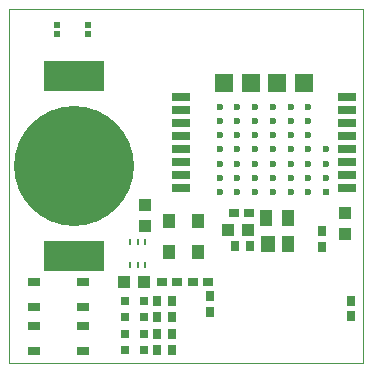
<source format=gtp>
G75*
%MOIN*%
%OFA0B0*%
%FSLAX25Y25*%
%IPPOS*%
%LPD*%
%AMOC8*
5,1,8,0,0,1.08239X$1,22.5*
%
%ADD10C,0.00000*%
%ADD11R,0.05906X0.02756*%
%ADD12C,0.02362*%
%ADD13R,0.02362X0.02362*%
%ADD14R,0.05906X0.05906*%
%ADD15R,0.04252X0.04134*%
%ADD16R,0.02165X0.02165*%
%ADD17R,0.04134X0.02559*%
%ADD18R,0.03642X0.02913*%
%ADD19R,0.02913X0.03642*%
%ADD20R,0.04134X0.04252*%
%ADD21R,0.03937X0.05669*%
%ADD22R,0.04724X0.05669*%
%ADD23R,0.02756X0.03543*%
%ADD24R,0.03150X0.03150*%
%ADD25R,0.03937X0.04724*%
%ADD26C,0.40000*%
%ADD27R,0.20000X0.10000*%
%ADD28R,0.00787X0.02362*%
D10*
X0009674Y0012935D02*
X0009674Y0131046D01*
X0127784Y0131046D01*
X0127784Y0012935D01*
X0009674Y0012935D01*
D11*
X0067154Y0071203D03*
X0067154Y0075534D03*
X0067154Y0079865D03*
X0067154Y0084195D03*
X0067154Y0088526D03*
X0067154Y0092857D03*
X0067154Y0097187D03*
X0067154Y0101518D03*
X0122272Y0101518D03*
X0122272Y0097187D03*
X0122272Y0092857D03*
X0122272Y0088526D03*
X0122272Y0084195D03*
X0122272Y0079865D03*
X0122272Y0075534D03*
X0122272Y0071203D03*
D12*
X0115383Y0074746D03*
X0115383Y0079471D03*
X0115383Y0084195D03*
X0109477Y0084195D03*
X0109477Y0079471D03*
X0109477Y0074746D03*
X0109477Y0070022D03*
X0103572Y0070022D03*
X0103572Y0074746D03*
X0103572Y0079471D03*
X0103572Y0084195D03*
X0103572Y0088920D03*
X0103572Y0093644D03*
X0103572Y0098368D03*
X0109477Y0098368D03*
X0109477Y0093644D03*
X0109477Y0088920D03*
X0097666Y0088920D03*
X0097666Y0093644D03*
X0097666Y0098368D03*
X0091761Y0098368D03*
X0091761Y0093644D03*
X0091761Y0088920D03*
X0091761Y0084195D03*
X0091761Y0079471D03*
X0091761Y0074746D03*
X0091761Y0070022D03*
X0085855Y0070022D03*
X0085855Y0074746D03*
X0085855Y0079471D03*
X0085855Y0084195D03*
X0085855Y0088920D03*
X0085855Y0093644D03*
X0085855Y0098368D03*
X0079950Y0098368D03*
X0079950Y0093644D03*
X0079950Y0088920D03*
X0079950Y0084195D03*
X0079950Y0079471D03*
X0079950Y0074746D03*
X0079950Y0070022D03*
X0097666Y0070022D03*
X0097666Y0074746D03*
X0097666Y0079471D03*
X0097666Y0084195D03*
D13*
X0115383Y0070022D03*
D14*
X0108001Y0106242D03*
X0099143Y0106242D03*
X0090284Y0106242D03*
X0081426Y0106242D03*
D15*
X0054950Y0065593D03*
X0054950Y0058703D03*
X0121879Y0055947D03*
X0121879Y0062837D03*
D16*
X0036090Y0122705D03*
X0036090Y0125658D03*
X0025657Y0125658D03*
X0025657Y0122705D03*
D17*
X0018040Y0040002D03*
X0018040Y0031538D03*
X0018040Y0025435D03*
X0018040Y0016971D03*
X0034379Y0016971D03*
X0034379Y0025435D03*
X0034379Y0031538D03*
X0034379Y0040002D03*
D18*
X0060658Y0040101D03*
X0065776Y0040101D03*
X0070894Y0040101D03*
X0076013Y0040101D03*
X0084674Y0062935D03*
X0089792Y0062935D03*
D19*
X0114005Y0056833D03*
X0114005Y0051715D03*
X0123847Y0033605D03*
X0123847Y0028487D03*
X0076603Y0030061D03*
X0076603Y0035180D03*
D20*
X0082607Y0057424D03*
X0089497Y0057424D03*
X0054851Y0040101D03*
X0047961Y0040101D03*
D21*
X0095304Y0061361D03*
X0102784Y0061361D03*
X0102784Y0052699D03*
D22*
X0096091Y0052699D03*
D23*
X0090186Y0051912D03*
X0085068Y0051912D03*
X0064202Y0033802D03*
X0059083Y0033802D03*
X0059083Y0028290D03*
X0064202Y0028290D03*
X0064202Y0022778D03*
X0059083Y0022778D03*
X0059083Y0017266D03*
X0064202Y0017266D03*
D24*
X0054556Y0017266D03*
X0054556Y0022778D03*
X0054556Y0028290D03*
X0054556Y0033802D03*
X0048257Y0033802D03*
X0048257Y0028290D03*
X0048257Y0022778D03*
X0048257Y0017266D03*
D25*
X0063217Y0049943D03*
X0072666Y0049943D03*
X0072666Y0060180D03*
X0063217Y0060180D03*
D26*
X0031328Y0078683D03*
D27*
X0031328Y0048683D03*
X0031328Y0108683D03*
D28*
X0050028Y0053388D03*
X0052587Y0053388D03*
X0055146Y0053388D03*
X0055146Y0045711D03*
X0052587Y0045711D03*
X0050028Y0045711D03*
M02*

</source>
